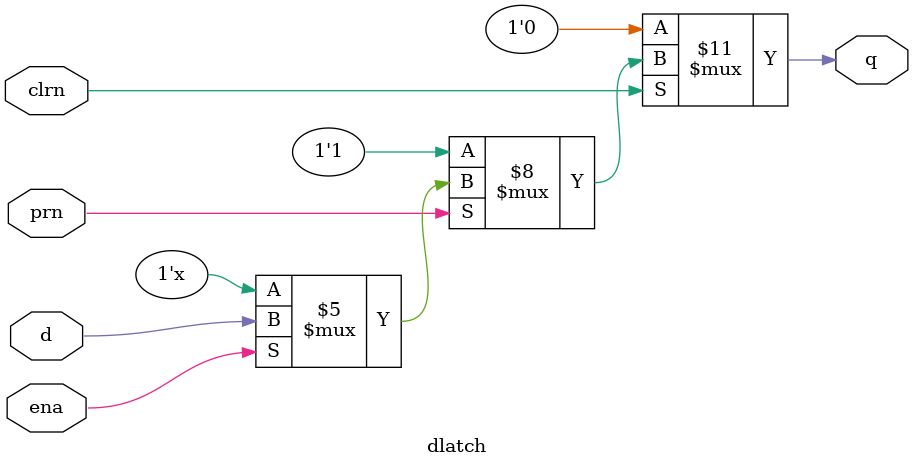
<source format=v>
module dlatch (d, ena, clrn, prn, q);
    input d, ena, clrn, prn;
    output q;
    reg q;
    initial q = 1'b0;
    always@ (d or ena or clrn or prn)
    begin
        if (clrn == 1'b0)
            q <= 1'b0;
        else if (prn == 1'b0)
            q <= 1'b1;
        else if (ena)
            q <= d;
    end
endmodule
</source>
